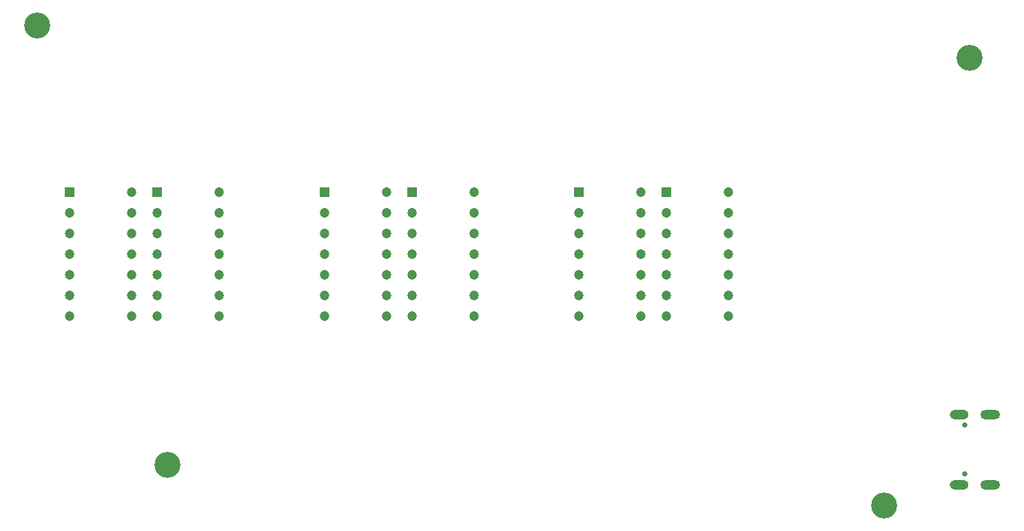
<source format=gbr>
G04 #@! TF.GenerationSoftware,KiCad,Pcbnew,(5.1.9)-1*
G04 #@! TF.CreationDate,2021-02-12T16:54:04+01:00*
G04 #@! TF.ProjectId,LTP305_ESP32_CLOCK,4c545033-3035-45f4-9553-5033325f434c,rev?*
G04 #@! TF.SameCoordinates,Original*
G04 #@! TF.FileFunction,Soldermask,Bot*
G04 #@! TF.FilePolarity,Negative*
%FSLAX46Y46*%
G04 Gerber Fmt 4.6, Leading zero omitted, Abs format (unit mm)*
G04 Created by KiCad (PCBNEW (5.1.9)-1) date 2021-02-12 16:54:04*
%MOMM*%
%LPD*%
G01*
G04 APERTURE LIST*
%ADD10C,3.200000*%
%ADD11O,2.400000X1.200000*%
%ADD12O,2.316000X1.158000*%
%ADD13C,0.630000*%
%ADD14C,0.600000*%
%ADD15C,1.200000*%
%ADD16R,1.200000X1.200000*%
G04 APERTURE END LIST*
D10*
X237335000Y-85495000D03*
X226845000Y-140495000D03*
X138835000Y-135495000D03*
X122835000Y-81495000D03*
D11*
X239885000Y-129315000D03*
X239885000Y-137955000D03*
D12*
X236060000Y-129315000D03*
X236060000Y-137955000D03*
D13*
X236785000Y-136635000D03*
X236785000Y-130635000D03*
D14*
X236785000Y-130635000D03*
D15*
X134430000Y-102000000D03*
X134430000Y-104540000D03*
X134430000Y-107080000D03*
X134430000Y-109620000D03*
X134430000Y-112160000D03*
X134430000Y-114700000D03*
X134430000Y-117240000D03*
X126810000Y-117240000D03*
X126810000Y-114700000D03*
X126810000Y-112160000D03*
X126810000Y-109620000D03*
X126810000Y-107080000D03*
X126810000Y-104540000D03*
D16*
X126810000Y-102000000D03*
X137550000Y-102000000D03*
D15*
X137550000Y-104540000D03*
X137550000Y-107080000D03*
X137550000Y-109620000D03*
X137550000Y-112160000D03*
X137550000Y-114700000D03*
X137550000Y-117240000D03*
X145170000Y-117240000D03*
X145170000Y-114700000D03*
X145170000Y-112160000D03*
X145170000Y-109620000D03*
X145170000Y-107080000D03*
X145170000Y-104540000D03*
X145170000Y-102000000D03*
X165720000Y-102000000D03*
X165720000Y-104540000D03*
X165720000Y-107080000D03*
X165720000Y-109620000D03*
X165720000Y-112160000D03*
X165720000Y-114700000D03*
X165720000Y-117240000D03*
X158100000Y-117240000D03*
X158100000Y-114700000D03*
X158100000Y-112160000D03*
X158100000Y-109620000D03*
X158100000Y-107080000D03*
X158100000Y-104540000D03*
D16*
X158100000Y-102000000D03*
D15*
X176465000Y-102000000D03*
X176465000Y-104540000D03*
X176465000Y-107080000D03*
X176465000Y-109620000D03*
X176465000Y-112160000D03*
X176465000Y-114700000D03*
X176465000Y-117240000D03*
X168845000Y-117240000D03*
X168845000Y-114700000D03*
X168845000Y-112160000D03*
X168845000Y-109620000D03*
X168845000Y-107080000D03*
X168845000Y-104540000D03*
D16*
X168845000Y-102000000D03*
X189395000Y-102000000D03*
D15*
X189395000Y-104540000D03*
X189395000Y-107080000D03*
X189395000Y-109620000D03*
X189395000Y-112160000D03*
X189395000Y-114700000D03*
X189395000Y-117240000D03*
X197015000Y-117240000D03*
X197015000Y-114700000D03*
X197015000Y-112160000D03*
X197015000Y-109620000D03*
X197015000Y-107080000D03*
X197015000Y-104540000D03*
X197015000Y-102000000D03*
D16*
X200135000Y-101995000D03*
D15*
X200135000Y-104535000D03*
X200135000Y-107075000D03*
X200135000Y-109615000D03*
X200135000Y-112155000D03*
X200135000Y-114695000D03*
X200135000Y-117235000D03*
X207755000Y-117235000D03*
X207755000Y-114695000D03*
X207755000Y-112155000D03*
X207755000Y-109615000D03*
X207755000Y-107075000D03*
X207755000Y-104535000D03*
X207755000Y-101995000D03*
M02*

</source>
